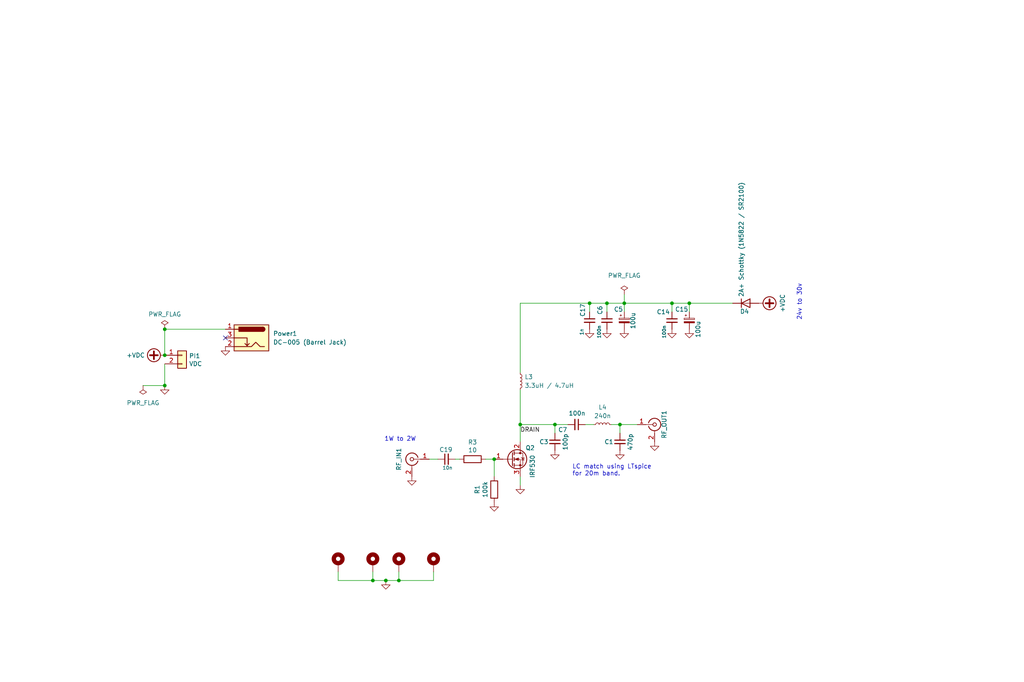
<source format=kicad_sch>
(kicad_sch (version 20230121) (generator eeschema)
  (paper "User" 299.999 200)
  (title_block (title "IRF530-Single-Ended Hack Amp") (date "2023-09-17") (company "Author: Dhiru Kholia (VU3CER)") (comment 1 "Designed for https://github.com/kholia/Easy-Digital-Beacons-v1 project"))
  (lib_symbols
    (symbol "+VDC_1" (power) (pin_names (offset 0))
      (property "Value" "+VDC_1" (at 0 6.35 0))
      (symbol "+VDC_1_0_1"
        (polyline (pts (xy -1.143 3.175) (xy 1.143 3.175)) (stroke (width 0.508)))
        (polyline (pts (xy 0 0) (xy 0 1.27)))
        (polyline (pts (xy 0 2.032) (xy 0 4.318)) (stroke (width 0.508)))
        (circle (center 0 3.175) (radius 1.905) (stroke (width 0.254)))
      )
      (symbol "+VDC_1_1_1"
        (pin power_in line (at 0 0 90) (length 0) hide (name "+VDC") (number "1"))
      )
    )
    (symbol "Connector:Barrel_Jack_Switch" (pin_names hide)
      (property "Reference" "J" (at 0 5.334 0))
      (property "Value" "Barrel_Jack_Switch" (at 0 -5.08 0))
      (symbol "Barrel_Jack_Switch_0_1"
        (rectangle (start -5.08 3.81) (end 5.08 -3.81) (stroke (width 0.254)) (fill (type background)))
        (arc (start -3.302 3.175) (mid -3.9343 2.54) (end -3.302 1.905) (stroke (width 0.254)))
        (arc (start -3.302 3.175) (mid -3.9343 2.54) (end -3.302 1.905) (stroke (width 0.254)) (fill (type outline)))
        (polyline (pts (xy 1.27 -2.286) (xy 1.905 -1.651)) (stroke (width 0.254)))
        (polyline (pts (xy 5.08 2.54) (xy 3.81 2.54)) (stroke (width 0.254)))
        (polyline (pts (xy 5.08 0) (xy 1.27 0) (xy 1.27 -2.286) (xy 0.635 -1.651)) (stroke (width 0.254)))
        (polyline (pts (xy -3.81 -2.54) (xy -2.54 -2.54) (xy -1.27 -1.27) (xy 0 -2.54) (xy 2.54 -2.54) (xy 5.08 -2.54)) (stroke (width 0.254)))
        (rectangle (start 3.683 3.175) (end -3.302 1.905) (stroke (width 0.254)) (fill (type outline)))
      )
      (symbol "Barrel_Jack_Switch_1_1"
        (pin passive line (at 7.62 2.54 180) (length 2.54) (name "~") (number "1"))
        (pin passive line (at 7.62 -2.54 180) (length 2.54) (name "~") (number "2"))
        (pin passive line (at 7.62 0 180) (length 2.54) (name "~") (number "3"))
      )
    )
    (symbol "Connector:Conn_Coaxial" (pin_names (offset 1.016) hide)
      (property "Reference" "J" (at 0.254 3.048 0))
      (property "Value" "Conn_Coaxial" (at 2.921 0 90))
      (symbol "Conn_Coaxial_0_1"
        (arc (start -1.778 -0.508) (mid 0.222 -1.808) (end 1.778 0) (stroke (width 0.254)))
        (polyline (pts (xy -2.54 0) (xy -0.508 0)))
        (polyline (pts (xy 0 -2.54) (xy 0 -1.778)))
        (circle (center 0 0) (radius 0.508) (stroke (width 0.2032)))
        (arc (start 1.778 0) (mid 0.222 1.8083) (end -1.778 0.508) (stroke (width 0.254)))
      )
      (symbol "Conn_Coaxial_1_1"
        (pin passive line (at -5.08 0 0) (length 2.54) (name "In") (number "1"))
        (pin passive line (at 0 -5.08 90) (length 2.54) (name "Ext") (number "2"))
      )
    )
    (symbol "Connector_Generic:Conn_01x02" (pin_names (offset 1.016) hide)
      (property "Reference" "J" (at 0 2.54 0))
      (property "Value" "Conn_01x02" (at 0 -5.08 0))
      (symbol "Conn_01x02_1_1"
        (rectangle (start -1.27 -2.413) (end 0 -2.667) (stroke (width 0.1524)))
        (rectangle (start -1.27 0.127) (end 0 -0.127) (stroke (width 0.1524)))
        (rectangle (start -1.27 1.27) (end 1.27 -3.81) (stroke (width 0.254)) (fill (type background)))
        (pin passive line (at -5.08 0 0) (length 3.81) (name "Pin_1") (number "1"))
        (pin passive line (at -5.08 -2.54 0) (length 3.81) (name "Pin_2") (number "2"))
      )
    )
    (symbol "Device:C_Polarized_Small" (pin_numbers hide) (pin_names (offset 0.254) hide)
      (property "Reference" "C" (at 0.254 1.778 0))
      (property "Value" "C_Polarized_Small" (at 0.254 -2.032 0))
      (symbol "C_Polarized_Small_0_1"
        (rectangle (start -1.524 -0.3048) (end 1.524 -0.6858) (fill (type outline)))
        (rectangle (start -1.524 0.6858) (end 1.524 0.3048))
        (polyline (pts (xy -1.27 1.524) (xy -0.762 1.524)))
        (polyline (pts (xy -1.016 1.27) (xy -1.016 1.778)))
      )
      (symbol "C_Polarized_Small_1_1"
        (pin passive line (at 0 2.54 270) (length 1.8542) (name "~") (number "1"))
        (pin passive line (at 0 -2.54 90) (length 1.8542) (name "~") (number "2"))
      )
    )
    (symbol "Device:C_Small" (pin_numbers hide) (pin_names (offset 0.254) hide)
      (property "Reference" "C" (at 0.254 1.778 0))
      (property "Value" "C_Small" (at 0.254 -2.032 0))
      (symbol "C_Small_0_1"
        (polyline (pts (xy -1.524 -0.508) (xy 1.524 -0.508)) (stroke (width 0.3302)))
        (polyline (pts (xy -1.524 0.508) (xy 1.524 0.508)) (stroke (width 0.3048)))
      )
      (symbol "C_Small_1_1"
        (pin passive line (at 0 2.54 270) (length 2.032) (name "~") (number "1"))
        (pin passive line (at 0 -2.54 90) (length 2.032) (name "~") (number "2"))
      )
    )
    (symbol "Device:D" (pin_numbers hide) (pin_names (offset 1.016) hide)
      (property "Reference" "D" (at 0 2.54 0))
      (property "Value" "D" (at 0 -2.54 0))
      (symbol "D_0_1"
        (polyline (pts (xy -1.27 1.27) (xy -1.27 -1.27)) (stroke (width 0.254)))
        (polyline (pts (xy 1.27 0) (xy -1.27 0)))
        (polyline (pts (xy 1.27 1.27) (xy 1.27 -1.27) (xy -1.27 0) (xy 1.27 1.27)) (stroke (width 0.254)))
      )
      (symbol "D_1_1"
        (pin passive line (at -3.81 0 0) (length 2.54) (name "K") (number "1"))
        (pin passive line (at 3.81 0 180) (length 2.54) (name "A") (number "2"))
      )
    )
    (symbol "Device:L_Small" (pin_numbers hide) (pin_names (offset 0.254) hide)
      (property "Reference" "L" (at 0.762 1.016 0))
      (property "Value" "L_Small" (at 0.762 -1.016 0))
      (symbol "L_Small_0_1"
        (arc (start 0 -2.032) (mid 0.5058 -1.524) (end 0 -1.016))
        (arc (start 0 -1.016) (mid 0.5058 -0.508) (end 0 0))
        (arc (start 0 0) (mid 0.5058 0.508) (end 0 1.016))
        (arc (start 0 1.016) (mid 0.5058 1.524) (end 0 2.032))
      )
      (symbol "L_Small_1_1"
        (pin passive line (at 0 2.54 270) (length 0.508) (name "~") (number "1"))
        (pin passive line (at 0 -2.54 90) (length 0.508) (name "~") (number "2"))
      )
    )
    (symbol "Device:R" (pin_numbers hide) (pin_names (offset 0))
      (property "Reference" "R" (at 2.032 0 90))
      (property "Value" "R" (at 0 0 90))
      (symbol "R_0_1"
        (rectangle (start -1.016 -2.54) (end 1.016 2.54) (stroke (width 0.254)))
      )
      (symbol "R_1_1"
        (pin passive line (at 0 3.81 270) (length 1.27) (name "~") (number "1"))
        (pin passive line (at 0 -3.81 90) (length 1.27) (name "~") (number "2"))
      )
    )
    (symbol "Mechanical:MountingHole_Pad" (pin_numbers hide) (pin_names (offset 1.016) hide)
      (property "Reference" "H" (at 0 6.35 0))
      (property "Value" "MountingHole_Pad" (at 0 4.445 0))
      (symbol "MountingHole_Pad_0_1"
        (circle (center 0 1.27) (radius 1.27) (stroke (width 1.27)))
      )
      (symbol "MountingHole_Pad_1_1"
        (pin input line (at 0 -2.54 90) (length 2.54) (name "1") (number "1"))
      )
    )
    (symbol "Transistor_FET:IRF540N" (pin_names hide)
      (property "Reference" "Q" (at 6.35 1.905 0))
      (property "Value" "IRF540N" (at 6.35 0 0))
      (symbol "IRF540N_0_1"
        (polyline (pts (xy 0.254 0) (xy -2.54 0)))
        (polyline (pts (xy 0.254 1.905) (xy 0.254 -1.905)) (stroke (width 0.254)))
        (polyline (pts (xy 0.762 -1.27) (xy 0.762 -2.286)) (stroke (width 0.254)))
        (polyline (pts (xy 0.762 0.508) (xy 0.762 -0.508)) (stroke (width 0.254)))
        (polyline (pts (xy 0.762 2.286) (xy 0.762 1.27)) (stroke (width 0.254)))
        (polyline (pts (xy 2.54 2.54) (xy 2.54 1.778)))
        (polyline (pts (xy 2.54 -2.54) (xy 2.54 0) (xy 0.762 0)))
        (polyline (pts (xy 0.762 -1.778) (xy 3.302 -1.778) (xy 3.302 1.778) (xy 0.762 1.778)))
        (polyline (pts (xy 1.016 0) (xy 2.032 0.381) (xy 2.032 -0.381) (xy 1.016 0)) (fill (type outline)))
        (polyline (pts (xy 2.794 0.508) (xy 2.921 0.381) (xy 3.683 0.381) (xy 3.81 0.254)))
        (polyline (pts (xy 3.302 0.381) (xy 2.921 -0.254) (xy 3.683 -0.254) (xy 3.302 0.381)))
        (circle (center 1.651 0) (radius 2.794) (stroke (width 0.254)))
        (circle (center 2.54 -1.778) (radius 0.254) (fill (type outline)))
        (circle (center 2.54 1.778) (radius 0.254) (fill (type outline)))
      )
      (symbol "IRF540N_1_1"
        (pin input line (at -5.08 0 0) (length 2.54) (name "G") (number "1"))
        (pin passive line (at 2.54 5.08 270) (length 2.54) (name "D") (number "2"))
        (pin passive line (at 2.54 -5.08 90) (length 2.54) (name "S") (number "3"))
      )
    )
    (symbol "power:+VDC" (power) (pin_names (offset 0))
      (property "Value" "+VDC" (at 0 6.35 0))
      (symbol "+VDC_0_1"
        (polyline (pts (xy -1.143 3.175) (xy 1.143 3.175)) (stroke (width 0.508)))
        (polyline (pts (xy 0 0) (xy 0 1.27)))
        (polyline (pts (xy 0 2.032) (xy 0 4.318)) (stroke (width 0.508)))
        (circle (center 0 3.175) (radius 1.905) (stroke (width 0.254)))
      )
      (symbol "+VDC_1_1"
        (pin power_in line (at 0 0 90) (length 0) hide (name "+VDC") (number "1"))
      )
    )
    (symbol "power:GND" (power) (pin_names (offset 0))
      (property "Value" "GND" (at 0 -3.81 0))
      (symbol "GND_0_1"
        (polyline (pts (xy 0 0) (xy 0 -1.27) (xy 1.27 -1.27) (xy 0 -2.54) (xy -1.27 -1.27) (xy 0 -1.27)))
      )
      (symbol "GND_1_1"
        (pin power_in line (at 0 0 270) (length 0) hide (name "GND") (number "1"))
      )
    )
    (symbol "power:PWR_FLAG" (power) (pin_numbers hide) (pin_names (offset 0) hide)
      (property "Value" "PWR_FLAG" (at 0 3.81 0))
      (symbol "PWR_FLAG_0_0"
        (pin power_out line (at 0 0 90) (length 0) (name "pwr") (number "1"))
      )
      (symbol "PWR_FLAG_0_1"
        (polyline (pts (xy 0 0) (xy 0 1.27) (xy -1.016 1.905) (xy 0 2.54) (xy 1.016 1.905) (xy 0 1.27)))
      )
    )
  )
  (junction (at 181.61 124.46))
  (junction (at 48.26 113.03))
  (junction (at 196.85 88.9))
  (junction (at 109.22 170.18))
  (junction (at 48.26 104.14))
  (junction (at 177.8 88.9))
  (junction (at 116.84 170.18))
  (junction (at 162.56 124.46))
  (junction (at 172.72 88.9))
  (junction (at 144.78 134.62))
  (junction (at 152.4 124.46))
  (junction (at 182.88 88.9))
  (junction (at 113.03 170.18))
  (junction (at 201.93 88.9))
  (junction (at 48.26 96.52))
  (no_connect (at 66.04 99.06))
  (wire (pts (xy 152.4 88.9) (xy 172.72 88.9)))
  (wire (pts (xy 196.85 88.9) (xy 201.93 88.9)))
  (wire (pts (xy 171.45 124.46) (xy 173.99 124.46)))
  (wire (pts (xy 144.78 139.7) (xy 144.78 134.62)))
  (wire (pts (xy 127 170.18) (xy 127 167.64)))
  (wire (pts (xy 172.72 88.9) (xy 177.8 88.9)))
  (wire (pts (xy 177.8 88.9) (xy 177.8 91.44)))
  (wire (pts (xy 201.93 88.9) (xy 201.93 91.44)))
  (wire (pts (xy 48.26 96.52) (xy 48.26 104.14)))
  (wire (pts (xy 162.56 124.46) (xy 166.37 124.46)))
  (wire (pts (xy 48.26 96.52) (xy 66.04 96.52)))
  (wire (pts (xy 152.4 88.9) (xy 152.4 109.22)))
  (wire (pts (xy 99.06 170.18) (xy 109.22 170.18)))
  (wire (pts (xy 152.4 124.46) (xy 152.4 129.54)))
  (wire (pts (xy 48.26 106.68) (xy 48.26 113.03)))
  (wire (pts (xy 152.4 142.24) (xy 152.4 139.7)))
  (wire (pts (xy 172.72 88.9) (xy 172.72 91.44)))
  (wire (pts (xy 109.22 167.64) (xy 109.22 170.18)))
  (wire (pts (xy 181.61 124.46) (xy 186.69 124.46)))
  (wire (pts (xy 182.88 88.9) (xy 182.88 91.44)))
  (wire (pts (xy 182.88 88.9) (xy 196.85 88.9)))
  (wire (pts (xy 99.06 167.64) (xy 99.06 170.18)))
  (wire (pts (xy 142.24 134.62) (xy 144.78 134.62)))
  (wire (pts (xy 41.91 113.03) (xy 48.26 113.03)))
  (wire (pts (xy 125.73 134.62) (xy 128.27 134.62)))
  (wire (pts (xy 152.4 124.46) (xy 162.56 124.46)))
  (wire (pts (xy 177.8 88.9) (xy 182.88 88.9)))
  (wire (pts (xy 179.07 124.46) (xy 181.61 124.46)))
  (wire (pts (xy 113.03 170.18) (xy 116.84 170.18)))
  (wire (pts (xy 116.84 170.18) (xy 127 170.18)))
  (wire (pts (xy 162.56 124.46) (xy 162.56 127)))
  (wire (pts (xy 201.93 88.9) (xy 214.63 88.9)))
  (wire (pts (xy 109.22 170.18) (xy 113.03 170.18)))
  (wire (pts (xy 181.61 124.46) (xy 181.61 127)))
  (wire (pts (xy 182.88 86.36) (xy 182.88 88.9)))
  (wire (pts (xy 152.4 114.3) (xy 152.4 124.46)))
  (wire (pts (xy 133.35 134.62) (xy 134.62 134.62)))
  (wire (pts (xy 196.85 88.9) (xy 196.85 91.44)))
  (wire (pts (xy 116.84 167.64) (xy 116.84 170.18)))
  (text "1W to 2W" (at 121.92 129.54 0) (effects (font (size 1.27 1.27)) (justify right bottom)))
  (text "LC match using LTspice\nfor 20m band." (at 167.64 139.7 0) (effects (font (size 1.27 1.27)) (justify left bottom)))
  (text "24v to 30v" (at 234.95 93.98 90) (effects (font (size 1.27 1.27)) (justify left bottom)))
  (label "DRAIN" (at 152.4 127 0))
  (symbol (lib_id "Device:C_Polarized_Small") (at 182.88 93.98 0) (unit 1)
    (property "Reference" "C5" (at 179.832 90.678 0) (effects (justify left)))
    (property "Value" "100u" (at 185.42 96.52 90) (effects (justify left)))
    (property "Footprint" "Capacitor_THT:CP_Radial_D5.0mm_P2.50mm" (effects hide))
  )
  (symbol (lib_id "Device:C_Small") (at 168.91 124.46 270) (unit 1)
    (property "Reference" "C7" (at 164.846 125.984 90))
    (property "Value" "100n" (at 169.037 121.158 90))
    (property "Footprint" "Capacitor_SMD:C_1206_3216Metric_Pad1.33x1.80mm_HandSolder" (effects hide))
  )
  (symbol (lib_id "Connector_Generic:Conn_01x02") (at 53.34 104.14 0) (unit 1)
    (property "Reference" "PI1" (at 55.372 104.3432 0) (effects (justify left)))
    (property "Value" "VDC" (at 55.372 106.6546 0) (effects (justify left)))
    (property "Footprint" "Connector_PinHeader_2.54mm:PinHeader_1x02_P2.54mm_Vertical" (effects hide))
  )
  (symbol (lib_id "power:+VDC") (at 48.26 104.14 90) (unit 1)
    (property "Reference" "#PWR0110" (effects hide))
    (property "Value" "+VDC" (at 42.4434 104.14 90) (effects (justify left)))
  )
  (symbol (lib_id "Device:R") (at 138.43 134.62 270) (unit 1)
    (property "Reference" "R3" (at 138.43 129.6416 90))
    (property "Value" "10" (at 138.43 131.953 90))
    (property "Footprint" "Resistor_SMD:R_2512_6332Metric_Pad1.40x3.35mm_HandSolder" (effects hide))
  )
  (symbol (lib_id "power:PWR_FLAG") (at 48.26 96.52 0) (unit 1)
    (property "Reference" "#FLG0103" (effects hide))
    (property "Value" "PWR_FLAG" (at 48.26 92.1258 0))
  )
  (symbol (lib_id "power:GND") (at 120.65 139.7 0) (unit 1)
    (property "Reference" "#PWR0106" (effects hide))
    (property "Value" "GND" (effects hide))
  )
  (symbol (lib_id "Device:C_Small") (at 177.8 93.98 0) (unit 1)
    (property "Reference" "C6" (at 175.768 90.932 90))
    (property "Value" "100n" (at 175.514 97.282 90) (effects (font (size 0.9906 0.9906))))
    (property "Footprint" "Capacitor_SMD:C_1206_3216Metric_Pad1.33x1.80mm_HandSolder" (effects hide))
  )
  (symbol (lib_id "power:PWR_FLAG") (at 182.88 86.36 0) (unit 1)
    (property "Reference" "#FLG01" (effects hide))
    (property "Value" "PWR_FLAG" (at 182.88 80.772 0))
  )
  (symbol (lib_name "+VDC_1") (lib_id "power:+VDC") (at 222.25 88.9 270) (unit 1)
    (property "Reference" "#PWR014" (effects hide))
    (property "Value" "+VDC" (at 229.235 88.9 0))
  )
  (symbol (lib_id "Device:C_Polarized_Small") (at 201.93 93.98 0) (unit 1)
    (property "Reference" "C15" (at 197.739 90.678 0) (effects (justify left)))
    (property "Value" "100u" (at 204.47 99.06 90) (effects (justify left)))
    (property "Footprint" "Capacitor_THT:CP_Radial_D5.0mm_P2.50mm" (effects hide))
  )
  (symbol (lib_id "Connector:Conn_Coaxial") (at 120.65 134.62 0) (mirror y) (unit 1)
    (property "Reference" "RF_IN1" (at 116.84 134.62 90))
    (property "Value" "SMA" (effects hide))
    (property "Footprint" "Connector_Coaxial:SMA_Samtec_SMA-J-P-X-ST-EM1_EdgeMount" (effects hide))
    (property "Datasheet" " ~" (effects hide))
  )
  (symbol (lib_id "Device:C_Small") (at 196.85 93.98 0) (unit 1)
    (property "Reference" "C14" (at 194.31 91.44 0))
    (property "Value" "100n" (at 194.564 97.282 90) (effects (font (size 0.9906 0.9906))))
    (property "Footprint" "Capacitor_SMD:C_1206_3216Metric_Pad1.33x1.80mm_HandSolder" (effects hide))
  )
  (symbol (lib_id "Device:R") (at 144.78 143.51 0) (unit 1)
    (property "Reference" "R1" (at 139.8016 143.51 90))
    (property "Value" "100k" (at 142.113 143.51 90))
    (property "Footprint" "Resistor_SMD:R_1206_3216Metric_Pad1.30x1.75mm_HandSolder" (effects hide))
  )
  (symbol (lib_id "Device:D") (at 218.44 88.9 0) (unit 1)
    (property "Reference" "D4" (at 219.456 91.313 0) (effects (justify right)))
    (property "Value" "2A+ Schottky (1N5822 / SR2100)" (at 217.17 53.34 90) (effects (justify right)))
    (property "Footprint" "Diode_THT:D_DO-41_SOD81_P2.54mm_Vertical_KathodeUp" (effects hide))
    (property "Sim.Device" "D" (effects hide))
    (property "Sim.Pins" "1=K 2=A" (effects hide))
  )
  (symbol (lib_id "power:GND") (at 182.88 96.52 0) (unit 1)
    (property "Reference" "#PWR0103" (effects hide))
    (property "Value" "GND" (effects hide))
  )
  (symbol (lib_id "Device:C_Small") (at 130.81 134.62 90) (unit 1)
    (property "Reference" "C19" (at 132.588 131.826 90) (effects (justify left)))
    (property "Value" "10n" (at 132.588 137.16 90) (effects (font (size 1 1)) (justify left)))
    (property "Footprint" "Capacitor_SMD:C_1206_3216Metric_Pad1.33x1.80mm_HandSolder" (effects hide))
  )
  (symbol (lib_id "power:GND") (at 191.77 129.54 0) (mirror y) (unit 1)
    (property "Reference" "#PWR04" (effects hide))
    (property "Value" "GND" (effects hide))
  )
  (symbol (lib_id "power:GND") (at 162.56 132.08 0) (mirror y) (unit 1)
    (property "Reference" "#PWR015" (effects hide))
    (property "Value" "GND" (effects hide))
  )
  (symbol (lib_id "power:GND") (at 66.04 101.6 0) (unit 1)
    (property "Reference" "#PWR019" (effects hide))
    (property "Value" "GNDPWR" (effects hide))
  )
  (symbol (lib_id "Connector:Conn_Coaxial") (at 191.77 124.46 0) (unit 1)
    (property "Reference" "RF_OUT1" (at 194.564 124.46 90))
    (property "Value" "SMA" (effects hide))
    (property "Footprint" "Connector_Coaxial:SMA_Samtec_SMA-J-P-X-ST-EM1_EdgeMount" (effects hide))
    (property "Datasheet" " ~" (effects hide))
  )
  (symbol (lib_id "Device:L_Small") (at 176.53 124.46 90) (unit 1)
    (property "Reference" "L4" (at 176.53 119.38 90))
    (property "Value" "240n" (at 176.53 121.92 90))
    (property "Footprint" "Inductor_THT:L_Toroid_Vertical_L10.0mm_W5.0mm_P5.08mm" (effects hide))
  )
  (symbol (lib_id "Device:L_Small") (at 152.4 111.76 0) (unit 1)
    (property "Reference" "L3" (at 153.67 110.49 0) (effects (justify left)))
    (property "Value" "3.3uH / 4.7uH" (at 153.67 113.03 0) (effects (justify left)))
    (property "Footprint" "Inductor_SMD:L_7.3x7.3_H3.5" (effects hide))
  )
  (symbol (lib_id "Mechanical:MountingHole_Pad") (at 116.84 165.1 0) (unit 1)
    (property "Reference" "H3" (effects hide))
    (property "Value" "MountingHole_Pad" (effects hide))
    (property "Footprint" "MountingHole:MountingHole_2.2mm_M2_Pad" (effects hide))
  )
  (symbol (lib_id "power:GND") (at 201.93 96.52 0) (unit 1)
    (property "Reference" "#PWR013" (effects hide))
    (property "Value" "GND" (effects hide))
  )
  (symbol (lib_id "Device:C_Small") (at 162.56 129.54 0) (unit 1)
    (property "Reference" "C3" (at 157.988 129.54 0) (effects (justify left)))
    (property "Value" "100p" (at 165.608 132.08 90) (effects (justify left)))
    (property "Footprint" "Capacitor_SMD:C_1206_3216Metric_Pad1.33x1.80mm_HandSolder" (effects hide))
    (property "Sim.Device" "SPICE" (effects hide))
    (property "Sim.Params" "type=\"\" model=\"100n\" lib=\"\"" (effects hide))
    (property "Sim.Pins" "1=1 2=2" (effects hide))
  )
  (symbol (lib_id "Device:C_Small") (at 181.61 129.54 0) (unit 1)
    (property "Reference" "C1" (at 177.038 129.54 0) (effects (justify left)))
    (property "Value" "470p" (at 184.658 132.08 90) (effects (justify left)))
    (property "Footprint" "Capacitor_SMD:C_1206_3216Metric_Pad1.33x1.80mm_HandSolder" (effects hide))
    (property "Sim.Device" "SPICE" (effects hide))
    (property "Sim.Params" "type=\"\" model=\"100n\" lib=\"\"" (effects hide))
    (property "Sim.Pins" "1=1 2=2" (effects hide))
  )
  (symbol (lib_id "Device:C_Small") (at 172.72 93.98 0) (unit 1)
    (property "Reference" "C17" (at 170.688 90.932 90))
    (property "Value" "1n" (at 170.434 97.282 90) (effects (font (size 0.9906 0.9906))))
    (property "Footprint" "Capacitor_SMD:C_1206_3216Metric_Pad1.33x1.80mm_HandSolder" (effects hide))
  )
  (symbol (lib_id "Mechanical:MountingHole_Pad") (at 109.22 165.1 0) (unit 1)
    (property "Reference" "H2" (effects hide))
    (property "Value" "MountingHole_Pad" (effects hide))
    (property "Footprint" "MountingHole:MountingHole_2.2mm_M2_Pad" (effects hide))
  )
  (symbol (lib_id "power:GND") (at 113.03 170.18 0) (unit 1)
    (property "Reference" "#PWR01" (effects hide))
    (property "Value" "GNDPWR" (effects hide))
  )
  (symbol (lib_id "power:PWR_FLAG") (at 41.91 113.03 180) (unit 1)
    (property "Reference" "#FLG03" (effects hide))
    (property "Value" "PWR_FLAG" (at 41.91 118.11 0))
  )
  (symbol (lib_id "power:GND") (at 144.78 147.32 0) (unit 1)
    (property "Reference" "#PWR03" (effects hide))
    (property "Value" "GND" (effects hide))
  )
  (symbol (lib_id "Mechanical:MountingHole_Pad") (at 127 165.1 0) (mirror y) (unit 1)
    (property "Reference" "H4" (effects hide))
    (property "Value" "MountingHole_Pad" (effects hide))
    (property "Footprint" "MountingHole:MountingHole_2.2mm_M2_Pad" (effects hide))
  )
  (symbol (lib_id "power:GND") (at 152.4 142.24 0) (unit 1)
    (property "Reference" "#PWR0116" (effects hide))
    (property "Value" "GND" (effects hide))
  )
  (symbol (lib_id "power:GND") (at 48.26 113.03 0) (unit 1)
    (property "Reference" "#PWR0109" (effects hide))
    (property "Value" "GND" (effects hide))
  )
  (symbol (lib_id "Connector:Barrel_Jack_Switch") (at 73.66 99.06 0) (mirror y) (unit 1)
    (property "Reference" "Power1" (at 80.01 97.7899 0) (effects (justify right)))
    (property "Value" "DC-005 (Barrel Jack)" (at 80.01 100.3299 0) (effects (justify right)))
    (property "Footprint" "footprints:XKB_DC-005-5A-2.0_Modded" (effects hide))
  )
  (symbol (lib_id "power:GND") (at 172.72 96.52 0) (unit 1)
    (property "Reference" "#PWR028" (effects hide))
    (property "Value" "GND" (effects hide))
  )
  (symbol (lib_id "power:GND") (at 196.85 96.52 0) (unit 1)
    (property "Reference" "#PWR012" (effects hide))
    (property "Value" "GND" (effects hide))
  )
  (symbol (lib_id "power:GND") (at 177.8 96.52 0) (unit 1)
    (property "Reference" "#PWR0105" (effects hide))
    (property "Value" "GND" (effects hide))
  )
  (symbol (lib_id "Transistor_FET:IRF540N") (at 149.86 134.62 0) (unit 1)
    (property "Reference" "Q2" (at 153.924 131.318 0) (effects (justify left)))
    (property "Value" "IRF530" (at 155.9814 140.1318 90) (effects (justify left)))
    (property "Footprint" "Package_TO_SOT_THT:TO-220-3_Horizontal_TabDown" (effects hide))
    (property "Datasheet" "http://www.irf.com/product-info/datasheets/data/irf540n.pdf" (effects hide))
  )
  (symbol (lib_id "Mechanical:MountingHole_Pad") (at 99.06 165.1 0) (unit 1)
    (property "Reference" "H1" (effects hide))
    (property "Value" "MountingHole_Pad" (effects hide))
    (property "Footprint" "MountingHole:MountingHole_2.2mm_M2_Pad" (effects hide))
  )
  (symbol (lib_id "power:GND") (at 181.61 132.08 0) (mirror y) (unit 1)
    (property "Reference" "#PWR02" (effects hide))
    (property "Value" "GND" (effects hide))
  )
)
</source>
